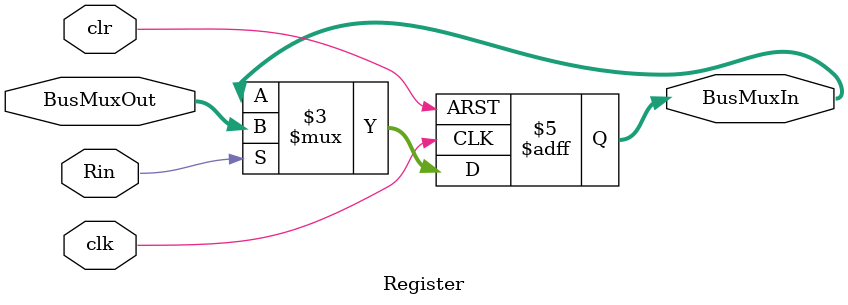
<source format=v>
module Register (input clk, clr, input [31:0] BusMuxOut, input Rin, output reg [31:0] BusMuxIn);
    always@(posedge clk or negedge clr)
    begin
            if(clr == 0) BusMuxIn <= 0;
            else if(Rin) BusMuxIn <= BusMuxOut;
    end
endmodule 
</source>
